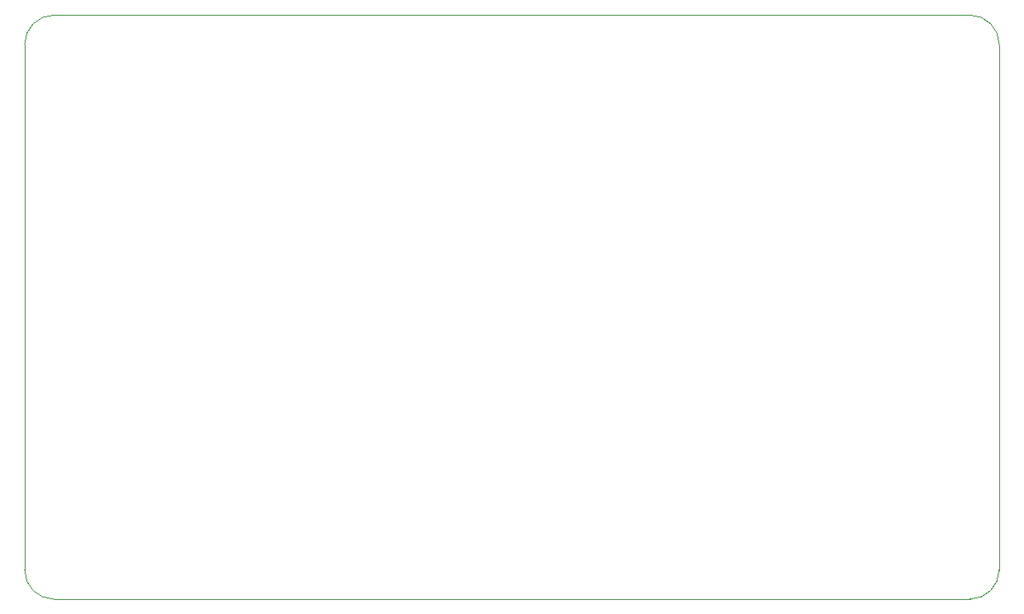
<source format=gbr>
%TF.GenerationSoftware,KiCad,Pcbnew,8.0.5*%
%TF.CreationDate,2024-12-02T23:37:23+00:00*%
%TF.ProjectId,piano-board,7069616e-6f2d-4626-9f61-72642e6b6963,rev?*%
%TF.SameCoordinates,Original*%
%TF.FileFunction,Profile,NP*%
%FSLAX46Y46*%
G04 Gerber Fmt 4.6, Leading zero omitted, Abs format (unit mm)*
G04 Created by KiCad (PCBNEW 8.0.5) date 2024-12-02 23:37:23*
%MOMM*%
%LPD*%
G01*
G04 APERTURE LIST*
%TA.AperFunction,Profile*%
%ADD10C,0.050000*%
%TD*%
G04 APERTURE END LIST*
D10*
X152999999Y-99999999D02*
G75*
G02*
X150000001Y-96999999I1J2999999D01*
G01*
X250000000Y-97000000D02*
X250000000Y-43000000D01*
X247000000Y-40000000D02*
X153000000Y-40000000D01*
X250000000Y-97000000D02*
G75*
G02*
X247000000Y-100000000I-3000000J0D01*
G01*
X150000000Y-43000000D02*
X150000000Y-97000000D01*
X247000000Y-40000000D02*
G75*
G02*
X250000000Y-43000000I0J-3000000D01*
G01*
X152999999Y-99999999D02*
X246999999Y-99999999D01*
X150000000Y-43000000D02*
G75*
G02*
X153000000Y-40000000I3000000J0D01*
G01*
M02*

</source>
